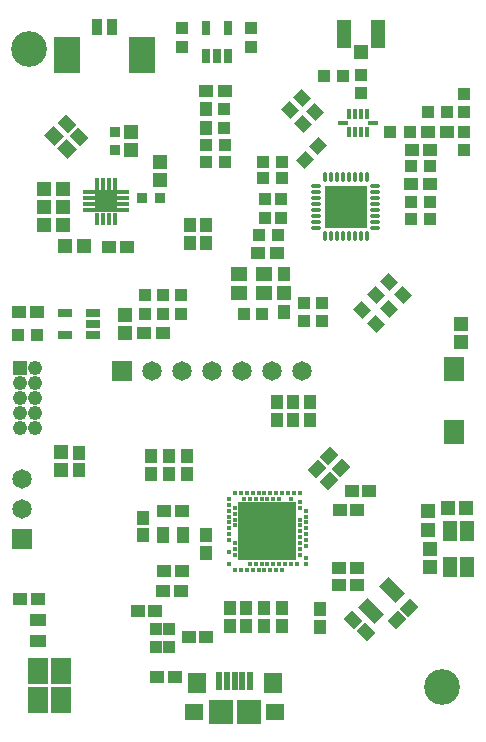
<source format=gts>
G04 Layer_Color=8388736*
%FSLAX25Y25*%
%MOIN*%
G70*
G01*
G75*
%ADD80C,0.03000*%
%ADD92R,0.04734X0.04143*%
%ADD93R,0.04340X0.04537*%
%ADD94R,0.04537X0.04537*%
%ADD95R,0.06899X0.08474*%
%ADD96R,0.04340X0.04143*%
%ADD97R,0.04537X0.04734*%
%ADD98R,0.04143X0.04734*%
%ADD99R,0.04931X0.06506*%
%ADD100R,0.03750X0.01781*%
%ADD101R,0.01584X0.03750*%
%ADD102R,0.02175X0.05915*%
%ADD103R,0.06112X0.06899*%
%ADD104R,0.06309X0.05718*%
%ADD105R,0.08080X0.08080*%
%ADD106R,0.03750X0.03750*%
G04:AMPARAMS|DCode=107|XSize=41.43mil|YSize=47.34mil|CornerRadius=0mil|HoleSize=0mil|Usage=FLASHONLY|Rotation=315.000|XOffset=0mil|YOffset=0mil|HoleType=Round|Shape=Rectangle|*
%AMROTATEDRECTD107*
4,1,4,-0.03139,-0.00209,0.00209,0.03139,0.03139,0.00209,-0.00209,-0.03139,-0.03139,-0.00209,0.0*
%
%ADD107ROTATEDRECTD107*%

%ADD108R,0.04537X0.04340*%
%ADD109R,0.13986X0.14183*%
%ADD110O,0.03750X0.01387*%
%ADD111O,0.01387X0.03750*%
%ADD112R,0.04734X0.09261*%
%ADD113R,0.04537X0.04537*%
%ADD114R,0.02962X0.04931*%
%ADD115R,0.04143X0.04340*%
%ADD116R,0.04734X0.04537*%
G04:AMPARAMS|DCode=117|XSize=41.43mil|YSize=43.4mil|CornerRadius=0mil|HoleSize=0mil|Usage=FLASHONLY|Rotation=225.000|XOffset=0mil|YOffset=0mil|HoleType=Round|Shape=Rectangle|*
%AMROTATEDRECTD117*
4,1,4,-0.00070,0.02999,0.02999,-0.00070,0.00070,-0.02999,-0.02999,0.00070,-0.00070,0.02999,0.0*
%
%ADD117ROTATEDRECTD117*%

G04:AMPARAMS|DCode=118|XSize=41.43mil|YSize=43.4mil|CornerRadius=0mil|HoleSize=0mil|Usage=FLASHONLY|Rotation=315.000|XOffset=0mil|YOffset=0mil|HoleType=Round|Shape=Rectangle|*
%AMROTATEDRECTD118*
4,1,4,-0.02999,-0.00070,0.00070,0.02999,0.02999,0.00070,-0.00070,-0.02999,-0.02999,-0.00070,0.0*
%
%ADD118ROTATEDRECTD118*%

%ADD119R,0.04261X0.05521*%
%ADD120R,0.03947X0.04340*%
G04:AMPARAMS|DCode=121|XSize=45.37mil|YSize=76.87mil|CornerRadius=0mil|HoleSize=0mil|Usage=FLASHONLY|Rotation=45.000|XOffset=0mil|YOffset=0mil|HoleType=Round|Shape=Rectangle|*
%AMROTATEDRECTD121*
4,1,4,0.01114,-0.04322,-0.04322,0.01114,-0.01114,0.04322,0.04322,-0.01114,0.01114,-0.04322,0.0*
%
%ADD121ROTATEDRECTD121*%

G04:AMPARAMS|DCode=122|XSize=41.43mil|YSize=47.34mil|CornerRadius=0mil|HoleSize=0mil|Usage=FLASHONLY|Rotation=225.000|XOffset=0mil|YOffset=0mil|HoleType=Round|Shape=Rectangle|*
%AMROTATEDRECTD122*
4,1,4,-0.00209,0.03139,0.03139,-0.00209,0.00209,-0.03139,-0.03139,0.00209,-0.00209,0.03139,0.0*
%
%ADD122ROTATEDRECTD122*%

%ADD123R,0.05521X0.04261*%
%ADD124R,0.05718X0.04931*%
%ADD125R,0.03750X0.05718*%
%ADD126R,0.08868X0.12411*%
G04:AMPARAMS|DCode=127|XSize=45.37mil|YSize=47.34mil|CornerRadius=0mil|HoleSize=0mil|Usage=FLASHONLY|Rotation=225.000|XOffset=0mil|YOffset=0mil|HoleType=Round|Shape=Rectangle|*
%AMROTATEDRECTD127*
4,1,4,-0.00070,0.03278,0.03278,-0.00070,0.00070,-0.03278,-0.03278,0.00070,-0.00070,0.03278,0.0*
%
%ADD127ROTATEDRECTD127*%

%ADD128R,0.03750X0.03750*%
%ADD129R,0.06663X0.08632*%
%ADD130R,0.04183X0.04380*%
%ADD131R,0.19488X0.19488*%
%ADD132C,0.01476*%
%ADD133R,0.04931X0.02962*%
%ADD134R,0.01387X0.03947*%
%ADD135R,0.03947X0.01387*%
%ADD136R,0.07214X0.07214*%
%ADD137C,0.04800*%
%ADD138R,0.04800X0.04800*%
%ADD139C,0.06506*%
%ADD140R,0.06506X0.06506*%
%ADD141R,0.06506X0.06506*%
%ADD142C,0.11900*%
%ADD143C,0.02568*%
D80*
X103239Y71162D02*
D03*
Y80611D02*
D03*
Y66437D02*
D03*
Y75886D02*
D03*
X93790Y66437D02*
D03*
Y75886D02*
D03*
Y80611D02*
D03*
X107963Y66437D02*
D03*
X98515D02*
D03*
X107963Y75886D02*
D03*
X98515D02*
D03*
X107963Y80611D02*
D03*
X98515D02*
D03*
X93790Y71162D02*
D03*
X107963D02*
D03*
X98515D02*
D03*
D92*
X18425Y51044D02*
D03*
X24330D02*
D03*
X155003Y200650D02*
D03*
X149097D02*
D03*
X130622Y61231D02*
D03*
X124717D02*
D03*
X130830Y80524D02*
D03*
X124924D02*
D03*
X134829Y87024D02*
D03*
X128924D02*
D03*
X64047Y25000D02*
D03*
X69953D02*
D03*
X66470Y80150D02*
D03*
X72376D02*
D03*
X71953Y53569D02*
D03*
X66047D02*
D03*
X63503Y46859D02*
D03*
X57597D02*
D03*
X74597Y38150D02*
D03*
X80503D02*
D03*
X130622Y55574D02*
D03*
X124717D02*
D03*
X72281Y60278D02*
D03*
X66375D02*
D03*
X54003Y168150D02*
D03*
X48097D02*
D03*
X23953Y146500D02*
D03*
X18047D02*
D03*
D93*
X106550Y159299D02*
D03*
X106550Y146701D02*
D03*
X80550Y208000D02*
D03*
X80550Y214300D02*
D03*
D94*
X106550Y153000D02*
D03*
D95*
X163050Y127780D02*
D03*
Y106520D02*
D03*
D96*
X99220Y146130D02*
D03*
X92921D02*
D03*
X99400Y191150D02*
D03*
X105700D02*
D03*
X104349Y172150D02*
D03*
X98050D02*
D03*
X148900Y183150D02*
D03*
X155200D02*
D03*
X148900Y177650D02*
D03*
X155200D02*
D03*
X148900Y195150D02*
D03*
X155200D02*
D03*
X160700Y213150D02*
D03*
X154400D02*
D03*
X119900Y225150D02*
D03*
X126200D02*
D03*
X99400Y196650D02*
D03*
X105700D02*
D03*
X86700D02*
D03*
X80400Y196650D02*
D03*
X86700Y202150D02*
D03*
X80400Y202150D02*
D03*
X17850Y139000D02*
D03*
X24150D02*
D03*
D97*
X32000Y93949D02*
D03*
Y100051D02*
D03*
X155050Y61599D02*
D03*
Y67701D02*
D03*
X154550Y80201D02*
D03*
Y74099D02*
D03*
X165550Y136599D02*
D03*
Y142701D02*
D03*
X65050Y196701D02*
D03*
Y190599D02*
D03*
X55550Y200497D02*
D03*
Y206599D02*
D03*
X53550Y139599D02*
D03*
Y145701D02*
D03*
D98*
X37950Y93897D02*
D03*
Y99803D02*
D03*
X80439Y175628D02*
D03*
Y169722D02*
D03*
X74964Y175689D02*
D03*
X74964Y169783D02*
D03*
X74050Y92697D02*
D03*
X74050Y98603D02*
D03*
X68050Y92697D02*
D03*
Y98603D02*
D03*
X62050Y92697D02*
D03*
Y98603D02*
D03*
X80310Y66277D02*
D03*
Y72183D02*
D03*
X118377Y41721D02*
D03*
Y47627D02*
D03*
X105877Y42071D02*
D03*
Y47977D02*
D03*
X99877Y42071D02*
D03*
Y47977D02*
D03*
X93877Y42071D02*
D03*
Y47977D02*
D03*
X88377Y42071D02*
D03*
Y47977D02*
D03*
X115050Y116603D02*
D03*
Y110697D02*
D03*
X109550Y116603D02*
D03*
Y110697D02*
D03*
X104050Y116603D02*
D03*
Y110697D02*
D03*
X59265Y78103D02*
D03*
Y72197D02*
D03*
D99*
X161597Y73555D02*
D03*
X167503Y73555D02*
D03*
Y61744D02*
D03*
X161597D02*
D03*
D100*
X135971Y209650D02*
D03*
X126129D02*
D03*
D101*
X134003Y212800D02*
D03*
X132034D02*
D03*
X130066D02*
D03*
X128097D02*
D03*
X134003Y206500D02*
D03*
X132034D02*
D03*
X130066D02*
D03*
X128097D02*
D03*
D102*
X95118Y23766D02*
D03*
X92559D02*
D03*
X90000D02*
D03*
X87441D02*
D03*
X84882D02*
D03*
D103*
X102598Y22880D02*
D03*
X77402D02*
D03*
D104*
X76516Y13234D02*
D03*
X103484D02*
D03*
D105*
X85276D02*
D03*
X94724D02*
D03*
D106*
X50050Y206548D02*
D03*
X50050Y200642D02*
D03*
D107*
X121465Y98612D02*
D03*
X117289Y94436D02*
D03*
X125465Y94612D02*
D03*
X121289Y90436D02*
D03*
X143912Y43912D02*
D03*
X148088Y48088D02*
D03*
D108*
X97900Y166150D02*
D03*
X104200D02*
D03*
X155200Y189150D02*
D03*
X148900D02*
D03*
X160700Y206650D02*
D03*
X154400D02*
D03*
X86700Y220150D02*
D03*
X80400D02*
D03*
X66200Y139650D02*
D03*
X59900D02*
D03*
D109*
X127050Y181650D02*
D03*
D110*
X117208Y174760D02*
D03*
Y176729D02*
D03*
Y178697D02*
D03*
Y180666D02*
D03*
Y182634D02*
D03*
Y184603D02*
D03*
Y186571D02*
D03*
Y188540D02*
D03*
X136892D02*
D03*
Y186571D02*
D03*
Y184603D02*
D03*
Y182634D02*
D03*
Y180666D02*
D03*
Y178697D02*
D03*
Y176729D02*
D03*
Y174760D02*
D03*
D111*
X120160Y191492D02*
D03*
X122129D02*
D03*
X124097D02*
D03*
X126066D02*
D03*
X128034D02*
D03*
X130003D02*
D03*
X131971D02*
D03*
X133940D02*
D03*
Y171808D02*
D03*
X131971D02*
D03*
X130003D02*
D03*
X128034D02*
D03*
X126066D02*
D03*
X124097D02*
D03*
X122129D02*
D03*
X120160D02*
D03*
D112*
X137857Y239288D02*
D03*
X126243D02*
D03*
D113*
X132050Y233383D02*
D03*
D114*
X80310Y231926D02*
D03*
X84050Y231926D02*
D03*
X87790D02*
D03*
Y241374D02*
D03*
X80310D02*
D03*
D115*
X72550Y235000D02*
D03*
Y241300D02*
D03*
X113050Y143500D02*
D03*
Y149800D02*
D03*
X119050Y143500D02*
D03*
Y149800D02*
D03*
X100050Y184300D02*
D03*
Y178000D02*
D03*
X105550Y184300D02*
D03*
Y178000D02*
D03*
X166550Y200500D02*
D03*
Y206800D02*
D03*
X166550Y219449D02*
D03*
X166550Y213150D02*
D03*
X86550Y208000D02*
D03*
Y214300D02*
D03*
X132050Y219500D02*
D03*
Y225800D02*
D03*
X60050Y152300D02*
D03*
Y146000D02*
D03*
X66050Y152300D02*
D03*
Y146000D02*
D03*
X72050Y152300D02*
D03*
Y146000D02*
D03*
X95550Y241300D02*
D03*
Y235000D02*
D03*
D116*
X160999Y81150D02*
D03*
X167101D02*
D03*
X32652Y175548D02*
D03*
X26550D02*
D03*
X32601Y181650D02*
D03*
X26499D02*
D03*
X32601Y187650D02*
D03*
X26499D02*
D03*
X39601Y168650D02*
D03*
X33499D02*
D03*
D117*
X136925Y142722D02*
D03*
X132470Y147177D02*
D03*
X145924Y152223D02*
D03*
X141470Y156677D02*
D03*
X116777Y213423D02*
D03*
X112323Y217877D02*
D03*
X108323Y213877D02*
D03*
X112777Y209423D02*
D03*
X141425Y147722D02*
D03*
X136970Y152177D02*
D03*
D118*
X117777Y201877D02*
D03*
X113323Y197423D02*
D03*
D119*
X66132Y72183D02*
D03*
X72904D02*
D03*
D120*
X68141Y35125D02*
D03*
X63613Y35125D02*
D03*
Y40834D02*
D03*
X68141D02*
D03*
D121*
X142357Y54004D02*
D03*
X135397Y47044D02*
D03*
D122*
X133588Y39912D02*
D03*
X129412Y44088D02*
D03*
X33962Y209238D02*
D03*
X38138Y205062D02*
D03*
D123*
X24338Y43886D02*
D03*
Y37114D02*
D03*
D124*
X91416Y152902D02*
D03*
X99684D02*
D03*
Y159398D02*
D03*
X91416D02*
D03*
D125*
X44089Y241796D02*
D03*
X49011Y241796D02*
D03*
D126*
X59050Y232150D02*
D03*
X34050Y232150D02*
D03*
D127*
X29893Y205308D02*
D03*
X34207Y200992D02*
D03*
D128*
X65050Y184548D02*
D03*
X59145D02*
D03*
D129*
X24402Y27000D02*
D03*
X32000Y27000D02*
D03*
X24402Y17394D02*
D03*
X32000D02*
D03*
D130*
X148377Y206650D02*
D03*
X141723D02*
D03*
D131*
X100877Y73524D02*
D03*
D132*
X90050Y86319D02*
D03*
X92019D02*
D03*
X93987D02*
D03*
X95955D02*
D03*
X97924D02*
D03*
X99892D02*
D03*
X101861D02*
D03*
X103830D02*
D03*
X105798D02*
D03*
X111704D02*
D03*
X88082Y84351D02*
D03*
X93003D02*
D03*
X94971D02*
D03*
X96940D02*
D03*
X98908D02*
D03*
X100877D02*
D03*
X102845D02*
D03*
X104814D02*
D03*
X108751D02*
D03*
X111704Y83367D02*
D03*
X88082Y82382D02*
D03*
X90050Y81398D02*
D03*
X111704D02*
D03*
X88082Y80414D02*
D03*
X113672D02*
D03*
X90050Y79430D02*
D03*
X88082Y78445D02*
D03*
X113672D02*
D03*
X90050Y77461D02*
D03*
X111704D02*
D03*
X88082Y76477D02*
D03*
X113672D02*
D03*
X90050Y75493D02*
D03*
X111704D02*
D03*
X88082Y74508D02*
D03*
X113672D02*
D03*
X111704Y73524D02*
D03*
X88082Y72540D02*
D03*
X113672D02*
D03*
X111704Y71556D02*
D03*
X88082Y70571D02*
D03*
X113672D02*
D03*
X90050Y69587D02*
D03*
X111704D02*
D03*
X113672Y68603D02*
D03*
X90050Y67619D02*
D03*
X111704D02*
D03*
X88082Y66634D02*
D03*
X111704Y65650D02*
D03*
X113672Y64666D02*
D03*
X90050Y65650D02*
D03*
X88082Y62697D02*
D03*
X94971D02*
D03*
X96940D02*
D03*
X98908D02*
D03*
X100877D02*
D03*
X102845D02*
D03*
X104814D02*
D03*
X106782D02*
D03*
X108751D02*
D03*
X110719D02*
D03*
X113672D02*
D03*
X90050Y60729D02*
D03*
X93987D02*
D03*
X95955D02*
D03*
X97924D02*
D03*
X99892D02*
D03*
X101861D02*
D03*
X103830D02*
D03*
X105798D02*
D03*
X92019D02*
D03*
X109735Y86319D02*
D03*
X107766D02*
D03*
D133*
X42774Y138910D02*
D03*
Y142650D02*
D03*
Y146390D02*
D03*
X33326D02*
D03*
Y138910D02*
D03*
D134*
X44097Y177780D02*
D03*
X46066D02*
D03*
X48034D02*
D03*
X50003D02*
D03*
Y189315D02*
D03*
X48034D02*
D03*
X46066D02*
D03*
X44097D02*
D03*
D135*
X52818Y180595D02*
D03*
Y182563D02*
D03*
Y184532D02*
D03*
Y186500D02*
D03*
X41282D02*
D03*
Y184532D02*
D03*
Y182563D02*
D03*
Y180595D02*
D03*
D136*
X47050Y183548D02*
D03*
D137*
X23500Y128000D02*
D03*
X18500Y108000D02*
D03*
X18500Y113000D02*
D03*
Y118000D02*
D03*
X18500Y123000D02*
D03*
X23500Y108000D02*
D03*
X23500Y113000D02*
D03*
X23500Y118000D02*
D03*
Y123000D02*
D03*
D138*
X18500Y128000D02*
D03*
D139*
X72500Y127000D02*
D03*
X62500D02*
D03*
X82500D02*
D03*
X92500D02*
D03*
X102500D02*
D03*
X112500D02*
D03*
X19000Y81000D02*
D03*
Y91000D02*
D03*
D140*
X52500Y127000D02*
D03*
D141*
X19000Y71000D02*
D03*
D142*
X21550Y234150D02*
D03*
X159050Y21650D02*
D03*
D143*
X131381Y185981D02*
D03*
Y181650D02*
D03*
Y177319D02*
D03*
X127050Y185981D02*
D03*
Y181650D02*
D03*
Y177319D02*
D03*
X122719Y185981D02*
D03*
Y181650D02*
D03*
Y177319D02*
D03*
X47050Y183548D02*
D03*
M02*

</source>
